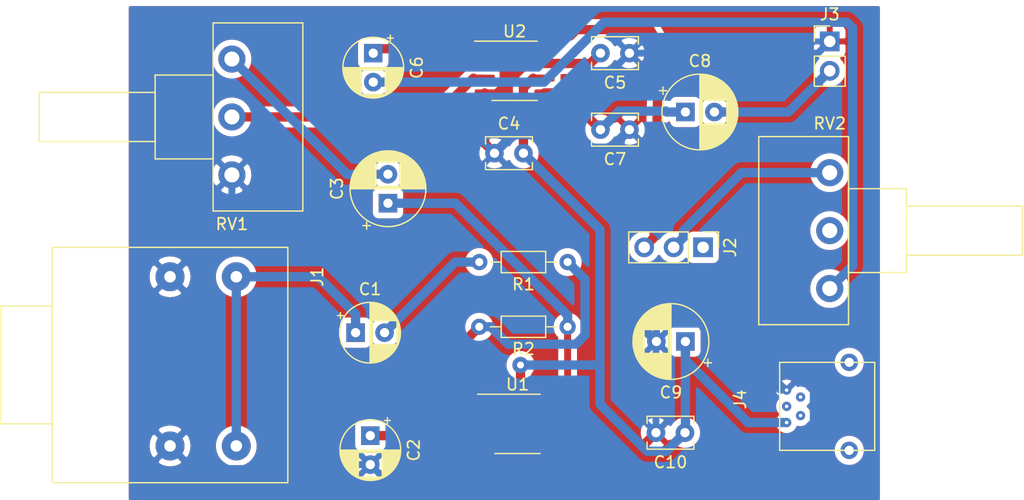
<source format=kicad_pcb>
(kicad_pcb (version 20171130) (host pcbnew 5.1.4-e60b266~84~ubuntu16.04.1)
  (layers (0 F.Cu signal) (31 B.Cu signal) (34 B.Paste user) (35 F.Paste user) (36 B.SilkS user) (37 F.SilkS user) (38 B.Mask user) (39 F.Mask user) (44 Edge.Cuts user))
  (net 0 "")
  (net 1 "Net-(C1-Pad2)")
  (net 2 "Net-(C1-Pad1)")
  (net 3 GND)
  (net 4 "Net-(C2-Pad1)")
  (net 5 "Net-(C3-Pad2)")
  (net 6 "Net-(C3-Pad1)")
  (net 7 +5V)
  (net 8 "Net-(C5-Pad2)")
  (net 9 "Net-(C6-Pad2)")
  (net 10 "Net-(C6-Pad1)")
  (net 11 "Net-(C7-Pad2)")
  (net 12 "Net-(C8-Pad2)")
  (net 13 "Net-(J2-Pad2)")
  (net 14 "Net-(R1-Pad1)")
  (net 15 "Net-(RV1-Pad2)")
  (net 16 "Net-(J2-Pad3)")
  (module Connector_PinHeader_2.54mm:PinHeader_1x03_P2.54mm_Vertical (layer F.Cu) (at 115.824 51.816 270)
    (fp_text reference J2 (at 0 -2.33 90) (layer F.SilkS))
    (fp_text value "Gain Jmpr")
    (pad 3 thru_hole oval (at 0 5.08 270) (size 1.7 1.7) (drill 1) (layers *.Cu *.Mask) (net 16 "Net-(J2-Pad3)"))
    (pad 2 thru_hole oval (at 0 2.54 270) (size 1.7 1.7) (drill 1) (layers *.Cu *.Mask) (net 13 "Net-(J2-Pad2)"))
    (pad 1 thru_hole rect (at 0 0 270) (size 1.7 1.7) (drill 1) (layers *.Cu *.Mask))
  )
  (module Capacitor_THT:C_Disc_D3.8mm_W2.6mm_P2.50mm (layer F.Cu) (at 109.474 41.656 180)
    (fp_text reference C7 (at 1.25 -2.55) (layer F.SilkS))
    (fp_text value 47nF)
    (pad 2 thru_hole circle (at 2.5 0 180) (size 1.6 1.6) (drill 0.8) (layers *.Cu *.Mask) (net 11 "Net-(C7-Pad2)"))
    (pad 1 thru_hole circle (at 0 0 180) (size 1.6 1.6) (drill 0.8) (layers *.Cu *.Mask) (net 3 GND))
  )
  (module Capacitor_THT:CP_Radial_D6.3mm_P2.50mm (layer F.Cu) (at 114.3 59.944 180)
    (fp_text reference C9 (at 1.25 -4.4) (layer F.SilkS))
    (fp_text value 470uF)
    (pad 2 thru_hole circle (at 2.5 0 180) (size 1.6 1.6) (drill 0.8) (layers *.Cu *.Mask) (net 3 GND))
    (pad 1 thru_hole rect (at 0 0 180) (size 1.6 1.6) (drill 0.8) (layers *.Cu *.Mask) (net 7 +5V))
  )
  (module Capacitor_THT:CP_Radial_D6.3mm_P2.50mm (layer F.Cu) (at 114.3 40.132)
    (fp_text reference C8 (at 1.25 -4.4) (layer F.SilkS))
    (fp_text value 470uF)
    (pad 2 thru_hole circle (at 2.5 0) (size 1.6 1.6) (drill 0.8) (layers *.Cu *.Mask) (net 12 "Net-(C8-Pad2)"))
    (pad 1 thru_hole rect (at 0 0) (size 1.6 1.6) (drill 0.8) (layers *.Cu *.Mask) (net 11 "Net-(C7-Pad2)"))
  )
  (module Package_SO:SO-8_3.9x4.9mm_P1.27mm (layer F.Cu) (at 99.568 36.576)
    (fp_text reference U2 (at 0 -3.4) (layer F.SilkS))
    (fp_text value LM386)
    (pad 8 smd roundrect (at 2.575 -1.905) (size 1.75 0.6) (layers F.Cu F.Paste F.Mask) (net 16 "Net-(J2-Pad3)"))
    (pad 7 smd roundrect (at 2.575 -0.635) (size 1.75 0.6) (layers F.Cu F.Paste F.Mask) (net 8 "Net-(C5-Pad2)"))
    (pad 6 smd roundrect (at 2.575 0.635) (size 1.75 0.6) (layers F.Cu F.Paste F.Mask) (net 7 +5V))
    (pad 5 smd roundrect (at 2.575 1.905) (size 1.75 0.6) (layers F.Cu F.Paste F.Mask) (net 11 "Net-(C7-Pad2)"))
    (pad 4 smd roundrect (at -2.575 1.905) (size 1.75 0.6) (layers F.Cu F.Paste F.Mask) (net 3 GND))
    (pad 3 smd roundrect (at -2.575 0.635) (size 1.75 0.6) (layers F.Cu F.Paste F.Mask) (net 15 "Net-(RV1-Pad2)"))
    (pad 2 smd roundrect (at -2.575 -0.635) (size 1.75 0.6) (layers F.Cu F.Paste F.Mask) (net 3 GND))
    (pad 1 smd roundrect (at -2.575 -1.905) (size 1.75 0.6) (layers F.Cu F.Paste F.Mask) (net 10 "Net-(C6-Pad1)"))
  )
  (module Package_SO:SO-8_3.9x4.9mm_P1.27mm (layer F.Cu) (at 99.822 67.056)
    (fp_text reference U1 (at 0 -3.4) (layer F.SilkS))
    (fp_text value LM741)
    (pad 8 smd roundrect (at 2.575 -1.905) (size 1.75 0.6) (layers F.Cu F.Paste F.Mask))
    (pad 7 smd roundrect (at 2.575 -0.635) (size 1.75 0.6) (layers F.Cu F.Paste F.Mask) (net 7 +5V))
    (pad 6 smd roundrect (at 2.575 0.635) (size 1.75 0.6) (layers F.Cu F.Paste F.Mask) (net 6 "Net-(C3-Pad1)"))
    (pad 5 smd roundrect (at 2.575 1.905) (size 1.75 0.6) (layers F.Cu F.Paste F.Mask))
    (pad 4 smd roundrect (at -2.575 1.905) (size 1.75 0.6) (layers F.Cu F.Paste F.Mask) (net 3 GND))
    (pad 3 smd roundrect (at -2.575 0.635) (size 1.75 0.6) (layers F.Cu F.Paste F.Mask) (net 4 "Net-(C2-Pad1)"))
    (pad 2 smd roundrect (at -2.575 -0.635) (size 1.75 0.6) (layers F.Cu F.Paste F.Mask) (net 14 "Net-(R1-Pad1)"))
    (pad 1 smd roundrect (at -2.575 -1.905) (size 1.75 0.6) (layers F.Cu F.Paste F.Mask))
  )
  (module Potentiometer_THT:Potentiometer_Piher_T-16H_Single_Horizontal (layer F.Cu) (at 126.746 55.372)
    (fp_text reference RV2 (at 0 -14.25) (layer F.SilkS))
    (fp_text value 100k)
    (pad 1 thru_hole circle (at 0 0) (size 2.34 2.34) (drill 1.3) (layers *.Cu *.Mask) (net 9 "Net-(C6-Pad2)"))
    (pad 2 thru_hole circle (at 0 -5) (size 2.34 2.34) (drill 1.3) (layers *.Cu *.Mask))
    (pad 3 thru_hole circle (at 0 -10) (size 2.34 2.34) (drill 1.3) (layers *.Cu *.Mask) (net 13 "Net-(J2-Pad2)"))
  )
  (module Potentiometer_THT:Potentiometer_Piher_T-16H_Single_Horizontal (layer F.Cu) (at 75.184 35.56 180)
    (fp_text reference RV1 (at 0 -14.25) (layer F.SilkS))
    (fp_text value 5k)
    (pad 1 thru_hole circle (at 0 0 180) (size 2.34 2.34) (drill 1.3) (layers *.Cu *.Mask) (net 5 "Net-(C3-Pad2)"))
    (pad 2 thru_hole circle (at 0 -5 180) (size 2.34 2.34) (drill 1.3) (layers *.Cu *.Mask) (net 15 "Net-(RV1-Pad2)"))
    (pad 3 thru_hole circle (at 0 -10 180) (size 2.34 2.34) (drill 1.3) (layers *.Cu *.Mask) (net 3 GND))
  )
  (module Resistor_THT:R_Axial_DIN0204_L3.6mm_D1.6mm_P7.62mm_Horizontal (layer F.Cu) (at 104.14 58.674 180)
    (fp_text reference R2 (at 3.81 -1.92) (layer F.SilkS))
    (fp_text value 10k)
    (pad 2 thru_hole oval (at 7.62 0 180) (size 1.4 1.4) (drill 0.7) (layers *.Cu *.Mask) (net 14 "Net-(R1-Pad1)"))
    (pad 1 thru_hole circle (at 0 0 180) (size 1.4 1.4) (drill 0.7) (layers *.Cu *.Mask) (net 6 "Net-(C3-Pad1)"))
  )
  (module Resistor_THT:R_Axial_DIN0204_L3.6mm_D1.6mm_P7.62mm_Horizontal (layer F.Cu) (at 104.14 53.086 180)
    (fp_text reference R1 (at 3.81 -1.92) (layer F.SilkS))
    (fp_text value 1.8k)
    (pad 2 thru_hole oval (at 7.62 0 180) (size 1.4 1.4) (drill 0.7) (layers *.Cu *.Mask) (net 1 "Net-(C1-Pad2)"))
    (pad 1 thru_hole circle (at 0 0 180) (size 1.4 1.4) (drill 0.7) (layers *.Cu *.Mask) (net 14 "Net-(R1-Pad1)"))
  )
  (module usb_micro:USB_Micro_1_27x5 (layer F.Cu) (at 122.428 69.342 90)
    (fp_text reference J4 (at 4.4 -3.4 90) (layer F.SilkS))
    (fp_text value USB_B_Mini)
    (pad 7 thru_hole circle (at 7.6 6 90) (size 1.5 1.5) (drill 0.8) (layers *.Cu *.Mask))
    (pad 6 thru_hole circle (at 0 6 90) (size 1.5 1.5) (drill 0.8) (layers *.Cu *.Mask))
    (pad 3 thru_hole circle (at 4.6 1.8 90) (size 0.8 0.8) (drill 0.3) (layers *.Cu *.Mask))
    (pad 4 thru_hole circle (at 3 1.8 90) (size 0.8 0.8) (drill 0.3) (layers *.Cu *.Mask))
    (pad 5 thru_hole circle (at 5.2 0.6 90) (size 0.8 0.8) (drill 0.3) (layers *.Cu *.Mask) (net 3 GND))
    (pad 2 thru_hole circle (at 3.8 0.6 90) (size 0.8 0.8) (drill 0.3) (layers *.Cu *.Mask))
    (pad 1 thru_hole circle (at 2.4 0.6 90) (size 0.8 0.8) (drill 0.3) (layers *.Cu *.Mask) (net 7 +5V))
  )
  (module Connector_PinHeader_2.54mm:PinHeader_1x02_P2.54mm_Vertical (layer F.Cu) (at 126.746 34.036)
    (fp_text reference J3 (at 0 -2.33) (layer F.SilkS))
    (fp_text value Conn_01x02_Male)
    (pad 2 thru_hole oval (at 0 2.54) (size 1.7 1.7) (drill 1) (layers *.Cu *.Mask) (net 12 "Net-(C8-Pad2)"))
    (pad 1 thru_hole rect (at 0 0) (size 1.7 1.7) (drill 1) (layers *.Cu *.Mask) (net 3 GND))
  )
  (module usb_micro:js-211 (layer F.Cu) (at 80.01 51.816 270)
    (fp_text reference J1 (at 2.54 -2.54 90) (layer F.SilkS))
    (fp_text value AudioJack2)
    (pad T thru_hole circle (at 17.145 4.445 270) (size 2.5 2.5) (drill 1) (layers *.Cu *.Mask) (net 2 "Net-(C1-Pad1)"))
    (pad S thru_hole circle (at 17.145 10.16 270) (size 2.5 2.5) (drill 1) (layers *.Cu *.Mask) (net 3 GND))
    (pad S thru_hole circle (at 2.54 10.16 270) (size 2.5 2.5) (drill 1) (layers *.Cu *.Mask) (net 3 GND))
    (pad T thru_hole circle (at 2.54 4.445 270) (size 2.5 2.5) (drill 1) (layers *.Cu *.Mask) (net 2 "Net-(C1-Pad1)"))
  )
  (module Capacitor_THT:C_Disc_D3.8mm_W2.6mm_P2.50mm (layer F.Cu) (at 114.26 67.818 180)
    (fp_text reference C10 (at 1.25 -2.55) (layer F.SilkS))
    (fp_text value 1uF)
    (pad 2 thru_hole circle (at 2.5 0 180) (size 1.6 1.6) (drill 0.8) (layers *.Cu *.Mask) (net 3 GND))
    (pad 1 thru_hole circle (at 0 0 180) (size 1.6 1.6) (drill 0.8) (layers *.Cu *.Mask) (net 7 +5V))
  )
  (module Capacitor_THT:CP_Radial_D5.0mm_P2.50mm (layer F.Cu) (at 87.376 35.052 270)
    (fp_text reference C6 (at 1.25 -3.75 90) (layer F.SilkS))
    (fp_text value 10uF)
    (pad 2 thru_hole circle (at 2.5 0 270) (size 1.6 1.6) (drill 0.8) (layers *.Cu *.Mask) (net 9 "Net-(C6-Pad2)"))
    (pad 1 thru_hole rect (at 0 0 270) (size 1.6 1.6) (drill 0.8) (layers *.Cu *.Mask) (net 10 "Net-(C6-Pad1)"))
  )
  (module Capacitor_THT:C_Disc_D3.8mm_W2.6mm_P2.50mm (layer F.Cu) (at 109.474 35.052 180)
    (fp_text reference C5 (at 1.25 -2.55) (layer F.SilkS))
    (fp_text value 100nF)
    (pad 2 thru_hole circle (at 2.5 0 180) (size 1.6 1.6) (drill 0.8) (layers *.Cu *.Mask) (net 8 "Net-(C5-Pad2)"))
    (pad 1 thru_hole circle (at 0 0 180) (size 1.6 1.6) (drill 0.8) (layers *.Cu *.Mask) (net 3 GND))
  )
  (module Capacitor_THT:C_Disc_D3.8mm_W2.6mm_P2.50mm (layer F.Cu) (at 97.83 43.688)
    (fp_text reference C4 (at 1.25 -2.55) (layer F.SilkS))
    (fp_text value 100nF)
    (pad 2 thru_hole circle (at 2.5 0) (size 1.6 1.6) (drill 0.8) (layers *.Cu *.Mask) (net 7 +5V))
    (pad 1 thru_hole circle (at 0 0) (size 1.6 1.6) (drill 0.8) (layers *.Cu *.Mask) (net 3 GND))
  )
  (module Capacitor_THT:CP_Radial_D6.3mm_P2.50mm (layer F.Cu) (at 88.646 48.006 90)
    (fp_text reference C3 (at 1.25 -4.4 90) (layer F.SilkS))
    (fp_text value 100uF)
    (pad 2 thru_hole circle (at 2.5 0 90) (size 1.6 1.6) (drill 0.8) (layers *.Cu *.Mask) (net 5 "Net-(C3-Pad2)"))
    (pad 1 thru_hole rect (at 0 0 90) (size 1.6 1.6) (drill 0.8) (layers *.Cu *.Mask) (net 6 "Net-(C3-Pad1)"))
  )
  (module Capacitor_THT:CP_Radial_D5.0mm_P2.50mm (layer F.Cu) (at 87.122 68.072 270)
    (fp_text reference C2 (at 1.25 -3.75 90) (layer F.SilkS))
    (fp_text value 10uF)
    (pad 2 thru_hole circle (at 2.5 0 270) (size 1.6 1.6) (drill 0.8) (layers *.Cu *.Mask) (net 3 GND))
    (pad 1 thru_hole rect (at 0 0 270) (size 1.6 1.6) (drill 0.8) (layers *.Cu *.Mask) (net 4 "Net-(C2-Pad1)"))
  )
  (module Capacitor_THT:CP_Radial_D5.0mm_P2.50mm (layer F.Cu) (at 85.852 59.182)
    (fp_text reference C1 (at 1.25 -3.75) (layer F.SilkS))
    (fp_text value 10uF)
    (pad 2 thru_hole circle (at 2.5 0) (size 1.6 1.6) (drill 0.8) (layers *.Cu *.Mask) (net 1 "Net-(C1-Pad2)"))
    (pad 1 thru_hole rect (at 0 0) (size 1.6 1.6) (drill 0.8) (layers *.Cu *.Mask) (net 2 "Net-(C1-Pad1)"))
  )
  (segment (start 94.448 53.086) (end 96.52 53.086) (width 0.8) (layer B.Cu) (net 1))
  (segment (start 88.352 59.182) (end 94.448 53.086) (width 0.8) (layer B.Cu) (net 1))
  (segment (start 85.852 57.582) (end 85.852 59.182) (width 0.8) (layer B.Cu) (net 2))
  (segment (start 82.626 54.356) (end 85.852 57.582) (width 0.8) (layer B.Cu) (net 2))
  (segment (start 75.565 54.356) (end 82.626 54.356) (width 0.8) (layer B.Cu) (net 2))
  (segment (start 75.565 68.961) (end 75.565 54.356) (width 0.8) (layer B.Cu) (net 2))
  (segment (start 71.099999 55.605999) (end 69.85 54.356) (width 0.6) (layer B.Cu) (net 3))
  (segment (start 71.099999 67.711001) (end 71.099999 55.605999) (width 0.6) (layer B.Cu) (net 3))
  (segment (start 69.85 68.961) (end 71.099999 67.711001) (width 0.6) (layer B.Cu) (net 3))
  (segment (start 85.651629 70.911001) (end 85.99063 70.572) (width 0.6) (layer B.Cu) (net 3))
  (segment (start 71.800001 70.911001) (end 85.651629 70.911001) (width 0.6) (layer B.Cu) (net 3))
  (segment (start 85.99063 70.572) (end 87.122 70.572) (width 0.6) (layer B.Cu) (net 3))
  (segment (start 69.85 68.961) (end 71.800001 70.911001) (width 0.6) (layer B.Cu) (net 3))
  (segment (start 75.184 49.022) (end 75.184 45.56) (width 0.6) (layer B.Cu) (net 3))
  (segment (start 69.85 54.356) (end 75.184 49.022) (width 0.6) (layer B.Cu) (net 3))
  (segment (start 96.993 42.851) (end 97.83 43.688) (width 0.8) (layer F.Cu) (net 3))
  (segment (start 96.993 38.481) (end 96.993 42.851) (width 0.8) (layer F.Cu) (net 3))
  (segment (start 111.76 59.984) (end 111.8 59.944) (width 0.6) (layer B.Cu) (net 3))
  (segment (start 111.76 67.818) (end 111.76 59.984) (width 0.6) (layer B.Cu) (net 3))
  (segment (start 108.674001 35.851999) (end 109.474 35.052) (width 0.6) (layer B.Cu) (net 3))
  (segment (start 107.973999 36.552001) (end 108.674001 35.851999) (width 0.6) (layer B.Cu) (net 3))
  (segment (start 104.965999 36.552001) (end 107.973999 36.552001) (width 0.6) (layer B.Cu) (net 3))
  (segment (start 97.83 43.688) (end 104.965999 36.552001) (width 0.6) (layer B.Cu) (net 3))
  (segment (start 125.73 35.052) (end 126.746 34.036) (width 0.6) (layer B.Cu) (net 3))
  (segment (start 109.474 35.052) (end 125.73 35.052) (width 0.6) (layer B.Cu) (net 3))
  (segment (start 111.8 58.81263) (end 111.8 59.944) (width 0.6) (layer B.Cu) (net 3))
  (segment (start 112.168631 58.443999) (end 111.8 58.81263) (width 0.6) (layer B.Cu) (net 3))
  (segment (start 116.764314 58.443999) (end 114.831999 58.443999) (width 0.6) (layer B.Cu) (net 3))
  (segment (start 123.028 64.142) (end 122.462315 64.142) (width 0.6) (layer B.Cu) (net 3))
  (segment (start 114.831999 58.443999) (end 112.168631 58.443999) (width 0.6) (layer B.Cu) (net 3))
  (segment (start 123.647844 62.533842) (end 120.854158 62.533842) (width 0.6) (layer B.Cu) (net 3))
  (segment (start 125.328001 64.213999) (end 123.647844 62.533842) (width 0.6) (layer B.Cu) (net 3))
  (segment (start 125.328001 66.870001) (end 125.328001 64.213999) (width 0.6) (layer B.Cu) (net 3))
  (segment (start 120.826003 71.371999) (end 125.328001 66.870001) (width 0.6) (layer B.Cu) (net 3))
  (segment (start 87.921999 71.371999) (end 120.826003 71.371999) (width 0.6) (layer B.Cu) (net 3))
  (segment (start 87.122 70.572) (end 87.921999 71.371999) (width 0.6) (layer B.Cu) (net 3))
  (segment (start 122.462315 64.142) (end 120.854158 62.533842) (width 0.6) (layer B.Cu) (net 3))
  (segment (start 120.854158 62.533842) (end 116.764314 58.443999) (width 0.6) (layer B.Cu) (net 3))
  (segment (start 98.56801 37.88099) (end 97.968 38.481) (width 0.6) (layer F.Cu) (net 3))
  (segment (start 98.56801 36.54101) (end 98.56801 37.88099) (width 0.6) (layer F.Cu) (net 3))
  (segment (start 97.968 38.481) (end 96.993 38.481) (width 0.6) (layer F.Cu) (net 3))
  (segment (start 97.968 35.941) (end 98.56801 36.54101) (width 0.6) (layer F.Cu) (net 3))
  (segment (start 96.993 35.941) (end 97.968 35.941) (width 0.6) (layer F.Cu) (net 3))
  (segment (start 110.960001 68.617999) (end 111.76 67.818) (width 0.8) (layer F.Cu) (net 3))
  (segment (start 109.51699 70.06101) (end 110.960001 68.617999) (width 0.8) (layer F.Cu) (net 3))
  (segment (start 98.34701 70.06101) (end 109.51699 70.06101) (width 0.8) (layer F.Cu) (net 3))
  (segment (start 97.247 68.961) (end 98.34701 70.06101) (width 0.8) (layer F.Cu) (net 3))
  (segment (start 107.873999 43.256001) (end 108.674001 42.455999) (width 0.8) (layer B.Cu) (net 3))
  (segment (start 106.205999 43.256001) (end 107.873999 43.256001) (width 0.8) (layer B.Cu) (net 3))
  (segment (start 105.037997 42.087999) (end 106.205999 43.256001) (width 0.8) (layer B.Cu) (net 3))
  (segment (start 99.430001 42.087999) (end 105.037997 42.087999) (width 0.8) (layer B.Cu) (net 3))
  (segment (start 97.83 43.688) (end 99.430001 42.087999) (width 0.8) (layer B.Cu) (net 3))
  (segment (start 109.474 41.656) (end 109.728 41.656) (width 0.8) (layer B.Cu) (net 3))
  (segment (start 108.674001 56.818001) (end 111.000001 59.144001) (width 0.8) (layer B.Cu) (net 3))
  (segment (start 111.000001 59.144001) (end 111.8 59.944) (width 0.8) (layer B.Cu) (net 3))
  (segment (start 108.674001 42.455999) (end 108.674001 56.818001) (width 0.8) (layer B.Cu) (net 3))
  (segment (start 109.474 41.656) (end 108.674001 42.455999) (width 0.8) (layer B.Cu) (net 3))
  (segment (start 96.272 67.691) (end 97.247 67.691) (width 0.8) (layer F.Cu) (net 4))
  (segment (start 89.103 67.691) (end 96.272 67.691) (width 0.8) (layer F.Cu) (net 4))
  (segment (start 88.722 68.072) (end 89.103 67.691) (width 0.8) (layer F.Cu) (net 4))
  (segment (start 87.122 68.072) (end 88.722 68.072) (width 0.8) (layer F.Cu) (net 4))
  (segment (start 85.13 45.506) (end 75.184 35.56) (width 0.8) (layer B.Cu) (net 5))
  (segment (start 88.646 45.506) (end 85.13 45.506) (width 0.8) (layer B.Cu) (net 5))
  (segment (start 104.14 59.663949) (end 104.14 58.674) (width 0.6) (layer F.Cu) (net 6))
  (segment (start 104.14 66.923) (end 104.14 59.663949) (width 0.6) (layer F.Cu) (net 6))
  (segment (start 103.372 67.691) (end 104.14 66.923) (width 0.6) (layer F.Cu) (net 6))
  (segment (start 102.397 67.691) (end 103.372 67.691) (width 0.6) (layer F.Cu) (net 6))
  (segment (start 90.246 48.006) (end 88.646 48.006) (width 0.8) (layer B.Cu) (net 6))
  (segment (start 94.461949 48.006) (end 90.246 48.006) (width 0.8) (layer B.Cu) (net 6))
  (segment (start 104.14 57.684051) (end 94.461949 48.006) (width 0.8) (layer B.Cu) (net 6))
  (segment (start 104.14 58.674) (end 104.14 57.684051) (width 0.8) (layer B.Cu) (net 6))
  (segment (start 100.33 38.049) (end 100.33 42.55663) (width 0.8) (layer F.Cu) (net 7))
  (segment (start 100.33 42.55663) (end 100.33 43.688) (width 0.8) (layer F.Cu) (net 7))
  (segment (start 101.168 37.211) (end 100.33 38.049) (width 0.8) (layer F.Cu) (net 7))
  (segment (start 102.143 37.211) (end 101.168 37.211) (width 0.6) (layer F.Cu) (net 7))
  (segment (start 101.422 66.421) (end 100.076 65.075) (width 0.8) (layer F.Cu) (net 7))
  (segment (start 102.397 66.421) (end 101.422 66.421) (width 0.8) (layer F.Cu) (net 7))
  (segment (start 100.076 65.075) (end 100.076 61.976) (width 0.8) (layer F.Cu) (net 7))
  (via (at 100.076 61.976) (size 1.4) (drill 0.6) (layers F.Cu B.Cu) (net 7))
  (segment (start 106.68 61.976) (end 100.076 61.976) (width 0.8) (layer B.Cu) (net 7))
  (segment (start 106.934 62.23) (end 106.68 61.976) (width 0.8) (layer B.Cu) (net 7))
  (segment (start 110.991999 69.418001) (end 106.934 65.360002) (width 0.8) (layer B.Cu) (net 7))
  (segment (start 112.659999 69.418001) (end 110.991999 69.418001) (width 0.8) (layer B.Cu) (net 7))
  (segment (start 106.934 65.360002) (end 106.934 62.23) (width 0.8) (layer B.Cu) (net 7))
  (segment (start 106.934 50.292) (end 100.33 43.688) (width 0.8) (layer B.Cu) (net 7))
  (segment (start 106.934 62.23) (end 106.934 50.292) (width 0.8) (layer B.Cu) (net 7))
  (segment (start 113.645 68.433) (end 114.3 67.778) (width 0.8) (layer B.Cu) (net 7))
  (segment (start 114.3 67.778) (end 114.3 59.944) (width 0.8) (layer B.Cu) (net 7))
  (segment (start 114.26 67.818) (end 113.645 68.433) (width 0.8) (layer B.Cu) (net 7))
  (segment (start 113.645 68.433) (end 112.659999 69.418001) (width 0.8) (layer B.Cu) (net 7))
  (segment (start 114.3 61.544) (end 114.3 59.944) (width 0.8) (layer B.Cu) (net 7))
  (segment (start 119.698 66.942) (end 114.3 61.544) (width 0.8) (layer B.Cu) (net 7))
  (segment (start 123.028 66.942) (end 119.698 66.942) (width 0.8) (layer B.Cu) (net 7))
  (segment (start 106.085 35.941) (end 106.974 35.052) (width 0.8) (layer F.Cu) (net 8))
  (segment (start 102.143 35.941) (end 106.085 35.941) (width 0.8) (layer F.Cu) (net 8))
  (segment (start 128.716001 53.401999) (end 127.915999 54.202001) (width 0.8) (layer B.Cu) (net 9))
  (segment (start 128.716001 32.865999) (end 128.716001 53.401999) (width 0.8) (layer B.Cu) (net 9))
  (segment (start 128.236001 32.385999) (end 128.716001 32.865999) (width 0.8) (layer B.Cu) (net 9))
  (segment (start 107.271999 32.385999) (end 128.236001 32.385999) (width 0.8) (layer B.Cu) (net 9))
  (segment (start 102.105998 37.552) (end 107.271999 32.385999) (width 0.8) (layer B.Cu) (net 9))
  (segment (start 127.915999 54.202001) (end 126.746 55.372) (width 0.8) (layer B.Cu) (net 9))
  (segment (start 87.376 37.552) (end 102.105998 37.552) (width 0.8) (layer B.Cu) (net 9))
  (segment (start 87.757 34.671) (end 87.376 35.052) (width 0.6) (layer F.Cu) (net 10))
  (segment (start 96.993 34.671) (end 87.757 34.671) (width 0.8) (layer F.Cu) (net 10))
  (segment (start 103.799 38.481) (end 106.974 41.656) (width 0.8) (layer F.Cu) (net 11))
  (segment (start 102.143 38.481) (end 103.799 38.481) (width 0.8) (layer F.Cu) (net 11))
  (segment (start 112.7 40.132) (end 114.3 40.132) (width 0.8) (layer B.Cu) (net 11))
  (segment (start 112.623999 40.055999) (end 112.7 40.132) (width 0.8) (layer B.Cu) (net 11))
  (segment (start 108.574001 40.055999) (end 112.623999 40.055999) (width 0.8) (layer B.Cu) (net 11))
  (segment (start 106.974 41.656) (end 108.574001 40.055999) (width 0.8) (layer B.Cu) (net 11))
  (segment (start 123.19 40.132) (end 126.746 36.576) (width 0.8) (layer B.Cu) (net 12))
  (segment (start 116.8 40.132) (end 123.19 40.132) (width 0.8) (layer B.Cu) (net 12))
  (segment (start 119.127998 45.372) (end 125.091371 45.372) (width 0.8) (layer B.Cu) (net 13))
  (segment (start 114.133999 50.365999) (end 119.127998 45.372) (width 0.8) (layer B.Cu) (net 13))
  (segment (start 114.133999 50.966001) (end 114.133999 50.365999) (width 0.8) (layer B.Cu) (net 13))
  (segment (start 125.091371 45.372) (end 126.746 45.372) (width 0.8) (layer B.Cu) (net 13))
  (segment (start 113.284 51.816) (end 114.133999 50.966001) (width 0.8) (layer B.Cu) (net 13))
  (segment (start 95.820001 59.373999) (end 96.52 58.674) (width 0.8) (layer F.Cu) (net 14))
  (segment (start 95.57199 59.62201) (end 95.820001 59.373999) (width 0.8) (layer F.Cu) (net 14))
  (segment (start 95.57199 65.72099) (end 95.57199 59.62201) (width 0.8) (layer F.Cu) (net 14))
  (segment (start 96.272 66.421) (end 95.57199 65.72099) (width 0.8) (layer F.Cu) (net 14))
  (segment (start 97.247 66.421) (end 96.272 66.421) (width 0.8) (layer F.Cu) (net 14))
  (segment (start 105.640001 54.586001) (end 104.839999 53.785999) (width 0.8) (layer B.Cu) (net 14))
  (segment (start 104.839999 53.785999) (end 104.14 53.086) (width 0.8) (layer B.Cu) (net 14))
  (segment (start 104.860001 60.174001) (end 105.640001 59.394001) (width 0.8) (layer B.Cu) (net 14))
  (segment (start 105.640001 59.394001) (end 105.640001 54.586001) (width 0.8) (layer B.Cu) (net 14))
  (segment (start 99.00995 60.174001) (end 104.860001 60.174001) (width 0.8) (layer B.Cu) (net 14))
  (segment (start 97.509949 58.674) (end 99.00995 60.174001) (width 0.8) (layer B.Cu) (net 14))
  (segment (start 96.52 58.674) (end 97.509949 58.674) (width 0.8) (layer B.Cu) (net 14))
  (segment (start 76.838629 40.56) (end 75.184 40.56) (width 0.8) (layer F.Cu) (net 15))
  (segment (start 92.669 40.56) (end 76.838629 40.56) (width 0.8) (layer F.Cu) (net 15))
  (segment (start 96.018 37.211) (end 92.669 40.56) (width 0.8) (layer F.Cu) (net 15))
  (segment (start 96.993 37.211) (end 96.018 37.211) (width 0.6) (layer F.Cu) (net 15))
  (segment (start 111.593999 50.966001) (end 110.744 51.816) (width 0.8) (layer F.Cu) (net 16))
  (segment (start 112.014 34.29) (end 111.593999 50.966001) (width 0.8) (layer F.Cu) (net 16))
  (segment (start 111.252 33.02) (end 112.014 34.29) (width 0.8) (layer F.Cu) (net 16))
  (segment (start 102.143 34.671) (end 103.262001 33.551999) (width 0.8) (layer F.Cu) (net 16))
  (segment (start 103.262001 33.551999) (end 104.370001 33.551999) (width 0.8) (layer F.Cu) (net 16))
  (segment (start 104.902 33.02) (end 111.252 33.02) (width 0.8) (layer F.Cu) (net 16))
  (segment (start 104.370001 33.551999) (end 104.902 33.02) (width 0.8) (layer F.Cu) (net 16))
  (zone (net 3) (net_name GND) (layer B.Cu) (connect_pads (clearance 0.508)) (min_thickness 0.254) (fill yes (arc_segments 32) (thermal_gap 0.508) (thermal_bridge_width 0.508))
    (polygon (pts (xy 66.294 30.988) (xy 131.064 30.988) (xy 131.064 73.66) (xy 66.294 73.66)))
  )
  (zone (net 3) (net_name GND) (layer F.Cu) (connect_pads (clearance 0.508)) (min_thickness 0.254) (fill yes (arc_segments 32) (thermal_gap 0.508) (thermal_bridge_width 0.508))
    (polygon (pts (xy 66.294 30.988) (xy 131.064 30.988) (xy 131.064 73.66) (xy 66.294 73.66)))
  )
)
</source>
